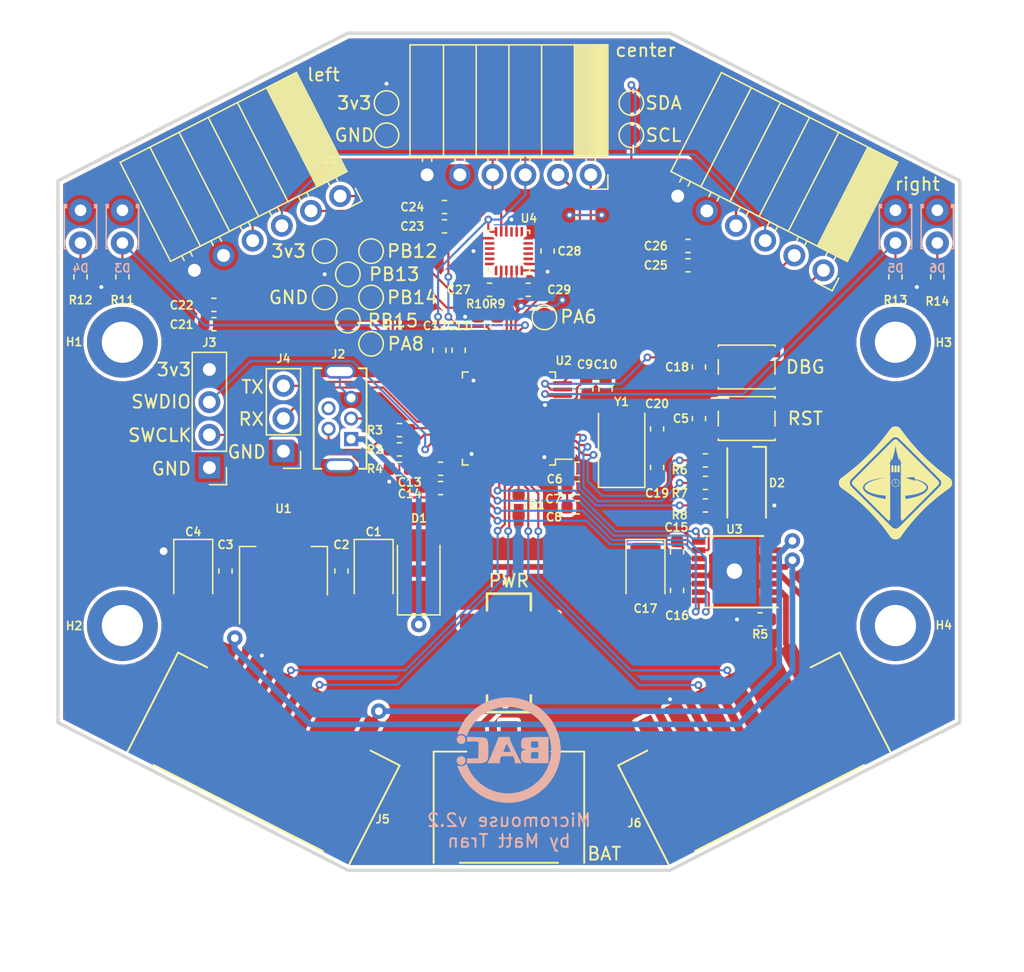
<source format=kicad_pcb>
(kicad_pcb (version 20221018) (generator pcbnew)
  (layers (0 "F.Cu" signal) (31 "B.Cu" signal) (34 "B.Paste" user) (35 "F.Paste" user) (36 "B.SilkS" user "B.Silkscreen") (37 "F.SilkS" user "F.Silkscreen") (38 "B.Mask" user) (39 "F.Mask" user) (44 "Edge.Cuts" user))
  (net 0 "")
  (net 1 "+3V3")
  (net 2 "GND")
  (net 3 "+8V")
  (net 4 "/RST")
  (net 5 "Net-(C6-Pad1)")
  (net 6 "Net-(C15-Pad2)")
  (net 7 "Net-(C16-Pad1)")
  (net 8 "/DBG_SW")
  (net 9 "Net-(C19-Pad1)")
  (net 10 "Net-(C20-Pad1)")
  (net 11 "Net-(C29-Pad1)")
  (net 12 "Net-(D1-Pad2)")
  (net 13 "Net-(D2-Pad3)")
  (net 14 "Net-(D2-Pad2)")
  (net 15 "Net-(D2-Pad1)")
  (net 16 "/left_ir")
  (net 17 "Net-(D4-Pad2)")
  (net 18 "/right_ir")
  (net 19 "Net-(D6-Pad2)")
  (net 20 "Net-(J1-Pad3)")
  (net 21 "Net-(J1-Pad2)")
  (net 22 "Net-(J2-Pad4)")
  (net 23 "Net-(J2-Pad3)")
  (net 24 "Net-(J2-Pad2)")
  (net 25 "/SWDIO")
  (net 26 "/SWCLK")
  (net 27 "/TX")
  (net 28 "/RX")
  (net 29 "/left_enc_b")
  (net 30 "/left_mot_out2")
  (net 31 "/left_enc_a")
  (net 32 "/left_mot_out1")
  (net 33 "/right_enc_b")
  (net 34 "/right_mot_out2")
  (net 35 "/right_enc_a")
  (net 36 "/right_mot_out1")
  (net 37 "/left_xshut")
  (net 38 "/left_gpio")
  (net 39 "/SDA")
  (net 40 "/SCL")
  (net 41 "/center_xshut")
  (net 42 "/center_gpio")
  (net 43 "/right_xshut")
  (net 44 "/right_gpio")
  (net 45 "Net-(PA6-Pad1)")
  (net 46 "Net-(PA8-Pad1)")
  (net 47 "Net-(PB12-Pad1)")
  (net 48 "/BOOT0")
  (net 49 "/USBDP")
  (net 50 "/USBDM")
  (net 51 "Net-(R5-Pad1)")
  (net 52 "/LED_B")
  (net 53 "/LED_G")
  (net 54 "/LED_R")
  (net 55 "Net-(SW1-Pad4)")
  (net 56 "Net-(SW1-Pad1)")
  (net 57 "/right_mot_in1")
  (net 58 "/right_mot_in2")
  (net 59 "/left_mot_in2")
  (net 60 "/left_mot_in1")
  (net 61 "/mpu_int")
  (net 62 "Net-(U3-Pad8)")
  (net 63 "Net-(U4-Pad21)")
  (net 64 "Net-(U4-Pad7)")
  (net 65 "Net-(PB13-Pad1)")
  (net 66 "Net-(PB14-Pad1)")
  (net 67 "Net-(PB15-Pad1)")
  (footprint "TestPoint:TestPoint_Pad_D1.5mm" (layer "F.Cu") (at 135.7 82)
    (fp_text reference "3v3")
    (fp_text value " ")
  )
  (footprint "Capacitor_SMD:C_0603_1608Metric" (layer "F.Cu") (at 128 106.85 -90)
    (fp_text reference "C3")
    (fp_text value "100n")
  )
  (footprint "Capacitor_SMD:C_0603_1608Metric" (layer "F.Cu") (at 164.75 95 -90)
    (fp_text reference "C5")
    (fp_text value "100n")
  )
  (footprint "Capacitor_SMD:C_0603_1608Metric" (layer "F.Cu") (at 155.3 100.4)
    (fp_text reference "C7")
    (fp_text value "100n")
  )
  (footprint "Capacitor_SMD:C_0603_1608Metric" (layer "F.Cu") (at 155.3 101.9)
    (fp_text reference "C8")
    (fp_text value "10u")
  )
  (footprint "Capacitor_SMD:C_0603_1608Metric" (layer "F.Cu") (at 146.1 89.7 90)
    (fp_text reference "C11")
    (fp_text value "100n")
  )
  (footprint "Capacitor_SMD:C_0603_1608Metric" (layer "F.Cu") (at 144.6 89.7 90)
    (fp_text reference "C12")
    (fp_text value "10u")
  )
  (footprint "Capacitor_SMD:C_0603_1608Metric" (layer "F.Cu") (at 144.7 98.9 180)
    (fp_text reference "C13")
    (fp_text value "100n")
  )
  (footprint "Capacitor_SMD:C_0603_1608Metric" (layer "F.Cu") (at 163.05 105.35 90)
    (fp_text reference "C15")
    (fp_text value "10n")
  )
  (footprint "Capacitor_SMD:C_0603_1608Metric" (layer "F.Cu") (at 163.05 108.35 -90)
    (fp_text reference "C16")
    (fp_text value "2.2u")
  )
  (footprint "Capacitor_SMD:C_0603_1608Metric" (layer "F.Cu") (at 164.75 91 -90)
    (fp_text reference "C18")
    (fp_text value "100n")
  )
  (footprint "Capacitor_SMD:C_0603_1608Metric" (layer "F.Cu") (at 127.1 87.6762)
    (fp_text reference "C21")
    (fp_text value "10u")
  )
  (footprint "Capacitor_SMD:C_0603_1608Metric" (layer "F.Cu") (at 127.1 86.1762)
    (fp_text reference "C22")
    (fp_text value "100n")
  )
  (footprint "Capacitor_SMD:C_0603_1608Metric" (layer "F.Cu") (at 145 80.0762)
    (fp_text reference "C23")
    (fp_text value "10u")
  )
  (footprint "Capacitor_SMD:C_0603_1608Metric" (layer "F.Cu") (at 145 78.5762)
    (fp_text reference "C24")
    (fp_text value "100n")
  )
  (footprint "Capacitor_SMD:C_0603_1608Metric" (layer "F.Cu") (at 163.9 83.1)
    (fp_text reference "C25")
    (fp_text value "10u")
  )
  (footprint "Capacitor_SMD:C_0603_1608Metric" (layer "F.Cu") (at 163.9 81.6)
    (fp_text reference "C26")
    (fp_text value "100n")
  )
  (footprint "Capacitor_SMD:C_0603_1608Metric" (layer "F.Cu") (at 148.5 85)
    (fp_text reference "C27")
    (fp_text value "10n")
  )
  (footprint "Capacitor_SMD:C_0603_1608Metric" (layer "F.Cu") (at 153 82 90)
    (fp_text reference "C28")
    (fp_text value "100n")
  )
  (footprint "Capacitor_SMD:C_0603_1608Metric" (layer "F.Cu") (at 151.5 85)
    (fp_text reference "C29")
    (fp_text value "100n")
  )
  (footprint "TestPoint:TestPoint_Pad_D1.5mm" (layer "F.Cu") (at 135.7 85.6)
    (fp_text reference "GND")
    (fp_text value " ")
  )
  (footprint "extra:jstxh_6p_smd_horizontal" (layer "F.Cu") (at 171 125.25 27)
    (fp_text reference "J6")
    (fp_text value "right_mot")
  )
  (footprint "Connector_PinSocket_2.54mm:PinSocket_1x06_P2.54mm_Horizontal" (layer "F.Cu") (at 136.902 77.7262 -63)
    (fp_text reference "left")
    (fp_text value "left_vl53")
  )
  (footprint "Connector_PinSocket_2.54mm:PinSocket_1x06_P2.54mm_Horizontal" (layer "F.Cu") (at 156.35 76.0762 -90)
    (fp_text reference "center")
    (fp_text value "center_vl53")
  )
  (footprint "Connector_PinSocket_2.54mm:PinSocket_1x06_P2.54mm_Horizontal" (layer "F.Cu") (at 174.414 83.4922 -117)
    (fp_text reference "right")
    (fp_text value "right_vl53")
  )
  (footprint "TestPoint:TestPoint_Pad_D1.5mm" (layer "F.Cu") (at 139.3 89.2)
    (fp_text reference "PA8")
    (fp_text value " ")
  )
  (footprint "TestPoint:TestPoint_Pad_D1.5mm" (layer "F.Cu") (at 139.3 82)
    (fp_text reference "PB12")
    (fp_text value " ")
  )
  (footprint "TestPoint:TestPoint_Pad_D1.5mm" (layer "F.Cu") (at 139.3 85.6)
    (fp_text reference "PB14")
    (fp_text value " ")
  )
  (footprint "TestPoint:TestPoint_Pad_D1.5mm" (layer "F.Cu") (at 137.5 87.4)
    (fp_text reference "PB15")
    (fp_text value " ")
  )
  (footprint "Resistor_SMD:R_0603_1608Metric" (layer "F.Cu") (at 150.75 101.7 90)
    (fp_text reference "R1")
    (fp_text value "2.2k")
  )
  (footprint "Resistor_SMD:R_0603_1608Metric" (layer "F.Cu") (at 141.5 97.4 180)
    (fp_text reference "R2")
    (fp_text value "22")
  )
  (footprint "Resistor_SMD:R_0603_1608Metric" (layer "F.Cu") (at 141.5 95.9 180)
    (fp_text reference "R3")
    (fp_text value "22")
  )
  (footprint "Resistor_SMD:R_0603_1608Metric" (layer "F.Cu") (at 165.25 98.25 180)
    (fp_text reference "R6")
    (fp_text value "220")
  )
  (footprint "Resistor_SMD:R_0603_1608Metric" (layer "F.Cu") (at 165.25 100 180)
    (fp_text reference "R7")
    (fp_text value "220")
  )
  (footprint "Resistor_SMD:R_0603_1608Metric" (layer "F.Cu") (at 165.25 101.75 180)
    (fp_text reference "R8")
    (fp_text value "220")
  )
  (footprint "Resistor_SMD:R_0603_1608Metric" (layer "F.Cu") (at 149.1 87.9 90)
    (fp_text reference "R9")
    (fp_text value "2.2k")
  )
  (footprint "Resistor_SMD:R_0603_1608Metric" (layer "F.Cu") (at 147.6 87.9 90)
    (fp_text reference "R10")
    (fp_text value "2.2k")
  )
  (footprint "Resistor_SMD:R_0603_1608Metric" (layer "F.Cu") (at 120 84 -90)
    (fp_text reference "R11")
    (fp_text value "1M")
  )
  (footprint "Resistor_SMD:R_0603_1608Metric" (layer "F.Cu") (at 116.75 84 -90)
    (fp_text reference "R12")
    (fp_text value "100")
  )
  (footprint "Resistor_SMD:R_0603_1608Metric" (layer "F.Cu") (at 180 84 -90)
    (fp_text reference "R13")
    (fp_text value "1M")
  )
  (footprint "Resistor_SMD:R_0603_1608Metric" (layer "F.Cu") (at 183.25 84 -90)
    (fp_text reference "R14")
    (fp_text value "100")
  )
  (footprint "Package_SO:HTSSOP-16-1EP_4.4x5mm_P0.65mm_EP3.4x5mm_Mask2.46x2.31mm_ThermalVias" (layer "F.Cu") (at 167.5 106.85 180)
    (fp_text reference "U3")
    (fp_text value "DRV8833PWP")
  )
  (footprint "Capacitor_SMD:C_0603_1608Metric" (layer "F.Cu") (at 157.5 92.7 -90)
    (fp_text reference "C10")
    (fp_text value "10u")
  )
  (footprint "TestPoint:TestPoint_Pad_D1.5mm" (layer "F.Cu") (at 137.5 83.8)
    (fp_text reference "PB13")
    (fp_text value " ")
  )
  (footprint "Connector_PinHeader_2.54mm:PinHeader_1x04_P2.54mm_Vertical" (layer "F.Cu") (at 126.75 98.81 180)
    (fp_text reference "J3")
    (fp_text value "SWD")
  )
  (footprint "MountingHole:MountingHole_3.2mm_M3_ISO14580_Pad" (layer "F.Cu") (at 120 89.0762)
    (fp_text reference "H1")
    (fp_text value "MountingHole")
  )
  (footprint "Resistor_SMD:R_0603_1608Metric" (layer "F.Cu") (at 141.5 98.9 180)
    (fp_text reference "R4")
    (fp_text value "2.2k")
  )
  (footprint "Connector_PinHeader_2.54mm:PinHeader_1x03_P2.54mm_Vertical" (layer "F.Cu") (at 132.5 97.54 180)
    (fp_text reference "J4")
    (fp_text value "USART")
  )
  (footprint "Capacitor_SMD:C_0603_1608Metric" (layer "F.Cu") (at 144.7 100.4 180)
    (fp_text reference "C14")
    (fp_text value "10u")
  )
  (footprint "Capacitor_Tantalum_SMD:CP_EIA-3528-21_Kemet-B" (layer "F.Cu") (at 160.6 106.85 -90)
    (fp_text reference "C17")
    (fp_text value "22u")
  )
  (footprint "Capacitor_SMD:C_0603_1608Metric" (layer "F.Cu") (at 161.5 98.8 90)
    (fp_text reference "C19")
    (fp_text value "20p")
  )
  (footprint "Capacitor_SMD:C_0603_1608Metric" (layer "F.Cu") (at 161.5 95.8 -90)
    (fp_text reference "C20")
    (fp_text value "20p")
  )
  (footprint "Package_QFP:LQFP-48_7x7mm_P0.5mm" (layer "F.Cu") (at 150 95 180)
    (fp_text reference "U2")
    (fp_text value "STM32F103CBTx")
  )
  (footprint "Crystal:Crystal_SMD_5032-2Pin_5.0x3.2mm" (layer "F.Cu") (at 158.75 97.3 90)
    (fp_text reference "Y1")
    (fp_text value "8MHz")
  )
  (footprint "Button_Switch_SMD:SW_SPST_PTS810" (layer "F.Cu") (at 168.45 95)
    (fp_text reference "RST")
    (fp_text value "RST_SW")
  )
  (footprint "Package_DFN_QFN:QFN-24-1EP_3x3mm_P0.4mm_EP1.75x1.6mm" (layer "F.Cu") (at 150 82)
    (fp_text reference "U4")
    (fp_text value "MPU-9250")
  )
  (footprint "Button_Switch_SMD:SW_SPST_PTS810" (layer "F.Cu") (at 168.45 91)
    (fp_text reference "DBG")
    (fp_text value "DBG_SW")
  )
  (footprint "Capacitor_SMD:C_0603_1608Metric" (layer "F.Cu") (at 155.3 98.9)
    (fp_text reference "C6")
    (fp_text value "100n")
  )
  (footprint "Capacitor_SMD:C_0603_1608Metric" (layer "F.Cu") (at 156 92.7 -90)
    (fp_text reference "C9")
    (fp_text value "100n")
  )
  (footprint "TestPoint:TestPoint_Pad_D1.5mm" (layer "F.Cu") (at 140.5 73)
    (fp_text reference "GND")
    (fp_text value " ")
  )
  (footprint "TestPoint:TestPoint_Pad_D1.5mm" (layer "F.Cu") (at 140.5 70.5)
    (fp_text reference "3v3")
    (fp_text value " ")
  )
  (footprint "TestPoint:TestPoint_Pad_D1.5mm" (layer "F.Cu") (at 159.5 70.5)
    (fp_text reference "SDA")
    (fp_text value " ")
  )
  (footprint "TestPoint:TestPoint_Pad_D1.5mm" (layer "F.Cu") (at 159.5 73)
    (fp_text reference "SCL")
    (fp_text value " ")
  )
  (footprint "MountingHole:MountingHole_3.2mm_M3_ISO14580_Pad" (layer "F.Cu") (at 120 111.0762)
    (fp_text reference "H2")
    (fp_text value "MountingHole")
  )
  (footprint "MountingHole:MountingHole_3.2mm_M3_ISO14580_Pad" (layer "F.Cu") (at 180 89.0762)
    (fp_text reference "H3")
    (fp_text value "MountingHole")
  )
  (footprint "MountingHole:MountingHole_3.2mm_M3_ISO14580_Pad" (layer "F.Cu") (at 180 111.0762)
    (fp_text reference "H4")
    (fp_text value "MountingHole")
  )
  (footprint "Connector_USB:USB_Mini-B_Tensility_54-00023_Vertical" (layer "F.Cu") (at 137.75 96.6 90)
    (fp_text reference "J2")
    (fp_text value "USB_B_Mini")
  )
  (footprint "TestPoint:TestPoint_Pad_D1.5mm" (layer "F.Cu") (at 152.75 87.15)
    (fp_text reference "PA6")
    (fp_text value " ")
  )
  (footprint "extra:jstxh_6p_smd_horizontal" (layer "F.Cu") (at 129 125.25 -27)
    (fp_text reference "J5")
    (fp_text value "left_mot")
  )
  (footprint "Capacitor_Tantalum_SMD:CP_EIA-3528-21_Kemet-B" (layer "F.Cu") (at 139.5 106.85 -90)
    (fp_text reference "C1")
    (fp_text value "22u")
  )
  (footprint "Capacitor_Tantalum_SMD:CP_EIA-3528-21_Kemet-B" (layer "F.Cu") (at 125.5 106.85 -90)
    (fp_text reference "C4")
    (fp_text value "22u")
  )
  (footprint "Package_TO_SOT_SMD:SOT-223-3_TabPin2" (layer "F.Cu") (at 132.5 106.85 90)
    (fp_text reference "U1")
    (fp_text value "AMS1117-3.3")
  )
  (footprint "extra:jstxh_3p_smd_horizontal" (layer "F.Cu") (at 150 129.5)
    (fp_text reference "BAT")
    (fp_text value "BAT")
  )
  (footprint "extra:SMD_DPDT" (layer "F.Cu") (at 150 113.2 -90)
    (fp_text reference "PWR")
    (fp_text value "PWR_SW")
  )
  (footprint "Diode_SMD:D_SMA" (layer "F.Cu") (at 143 106.85 90)
    (fp_text reference "D1")
    (fp_text value "SS14")
  )
  (footprint "Capacitor_SMD:C_0603_1608Metric" (layer "F.Cu") (at 137 106.85 -90)
    (fp_text reference "C2")
    (fp_text value "100n")
  )
  (footprint "logos:ieee-logo-inv" (layer "F.Cu") (at 180 100)
    (fp_text reference "G***" hide)
    (fp_text value "LOGO" hide)
  )
  (footprint "Resistor_SMD:R_0603_1608Metric" (layer "F.Cu") (at 169.5 110.6 180)
    (fp_text reference "R5")
    (fp_text value "2.2k")
  )
  (footprint "LED_SMD:LED_RGB_1210" (layer "F.Cu") (at 168.45 100 -90)
    (fp_text reference "D2")
    (fp_text value "LED_BGRA")
  )
  (footprint "LED_THT:LED_D1.8mm_W3.3mm_H2.4mm" (layer "B.Cu") (at 120 78.8262 -90)
    (fp_text reference "D3")
    (fp_text value "D_Photo")
  )
  (footprint "LED_THT:LED_D1.8mm_W3.3mm_H2.4mm" (layer "B.Cu") (at 116.75 78.8262 -90)
    (fp_text reference "D4")
    (fp_text value "LED")
  )
  (footprint "LED_THT:LED_D1.8mm_W3.3mm_H2.4mm" (layer "B.Cu") (at 180 78.8262 -90)
    (fp_text reference "D5")
    (fp_text value "D_Photo")
  )
  (footprint "LED_THT:LED_D1.8mm_W3.3mm_H2.4mm" (layer "B.Cu") (at 183.25 78.8262 -90)
    (fp_text reference "D6")
    (fp_text value "LED")
  )
  (footprint "logos:bac-logo" (layer "B.Cu") (at 150 120.75 180)
    (fp_text reference "G***" hide)
    (fp_text value "LOGO" hide)
  )
  (gr_line (start 162.5 65.0762) (end 185 76.5402) (stroke (width 0.254)) (layer "Edge.Cuts"))
  (gr_line (start 185 76.5402) (end 185 118.6122) (stroke (width 0.254)) (layer "Edge.Cuts"))
  (gr_line (start 115 118.6122) (end 115 76.5402) (stroke (width 0.254)) (layer "Edge.Cuts"))
  (gr_line (start 185 118.6122) (end 162.5 130.0762) (stroke (width 0.254)) (layer "Edge.Cuts"))
  (gr_line (start 137.5 130.0762) (end 115 118.6122) (stroke (width 0.254)) (layer "Edge.Cuts"))
  (gr_line (start 137.5 65.0762) (end 162.5 65.0762) (stroke (width 0.254)) (layer "Edge.Cuts"))
  (gr_line (start 162.5 130.0762) (end 137.5 130.0762) (stroke (width 0.254)) (layer "Edge.Cuts"))
  (gr_line (start 115 76.5402) (end 137.5 65.0762) (stroke (width 0.254)) (layer "Edge.Cuts"))
  (gr_text "Micromouse v2.2\nby Matt Tran" (at 150 127) (layer "B.SilkS") (effects (font (size 1 1)) (justify mirror)))
  (gr_text "GND" (at 129.65 97.6) (layer "F.SilkS") (effects (font (size 1 0.9652))))
  (gr_text "RX" (at 130 95.05) (layer "F.SilkS") (effects (font (size 1 1))))
  (gr_text "TX" (at 130.1 92.55) (layer "F.SilkS") (effects (font (size 1 1))))
  (gr_text "SWCLK" (at 122.9 96.3) (layer "F.SilkS") (effects (font (size 1 1))))
  (gr_text "GND" (at 123.8 98.9) (layer "F.SilkS") (effects (font (size 1 1))))
  (gr_text "3v3" (at 124 91.2) (layer "F.SilkS") (effects (font (size 1 1))))
  (gr_text "SWDIO\n" (at 123 93.7) (layer "F.SilkS") (effects (font (size 1 1))))
  (segment (start 181.6625 84.7875) (end 183.25 84.7875) (width 0.17) (layer "F.Cu") (net 1))
  (segment (start 118.3625 84.7875) (end 120 84.7875) (width 0.17) (layer "F.Cu") (net 1))
  (segment (start 125.5 105.3125) (end 128.0625 105.3125) (width 0.45) (layer "F.Cu") (net 1))
  (segment (start 154.5125 100.4) (end 153.275 99.1625) (width 0.17) (layer "F.Cu") (net 1))
  (segment (start 125.5 105.3125) (end 123.2125 105.3125) (width 0.45) (layer "F.Cu") (net 1))
  (segment (start 152.75 99.1625) (end 152.75 98) (width 0.17) (layer "F.Cu") (net 1))
  (segment (start 163.1125 81.6) (end 163.1125 77.664604) (width 0.45) (layer "F.Cu") (net 1))
  (segment (start 144.2125 78.5) (end 144.2125 76.5625) (width 0.45) (layer "F.Cu") (net 1))
  (segment (start 144.6 90.4875) (end 146.1 90.4875) (width 0.17) (layer "F.Cu") (net 1))
  (segment (start 153 93.75) (end 152.8 93.95) (width 0.17) (layer "F.Cu") (net 1))
  (segment (start 128 106.0625) (end 128 105.375) (width 0.45) (layer "F.Cu") (net 1))
  (segment (start 163.1125 77.664604) (end 163.098217 77.650321) (width 0.45) (layer "F.Cu") (net 1))
  (segment (start 149.8 79.95) (end 150.2 79.55) (width 0.17) (layer "F.Cu") (net 1))
  (segment (start 147.7125 84.425) (end 147.7125 85) (width 0.17) (layer "F.Cu") (net 1))
  (segment (start 140.5 70.5) (end 140.5 69) (width 0.17) (layer "F.Cu") (net 1))
  (segment (start 149.8 80.5) (end 149.8 79.95) (width 0.17) (layer "F.Cu") (net 1))
  (segment (start 169.15 101.75) (end 170.6 101.75) (width 0.17) (layer "F.Cu") (net 1))
  (segment (start 180 84.7875) (end 181.6625 84.7875) (width 0.17) (layer "F.Cu") (net 1))
  (segment (start 126.3125 86.1) (end 126.3125 84.141962) (width 0.45) (layer "F.Cu") (net 1))
  (segment (start 140.7125 98.9) (end 140.7125 99.8975) (width 0.17) (layer "F.Cu") (net 1))
  (segment (start 149.1 87.1125) (end 147.6 87.1125) (width 0.17) (layer "F.Cu") (net 1))
  (segment (start 155.26999 93.346716) (end 155.26999 92.64251) (width 0.17) (layer "F.Cu") (net 1))
  (segment (start 132.5 105.25) (end 132.5 103.7) (width 0.45) (layer "F.Cu") (net 1))
  (segment (start 126.3125 84.141962) (end 125.586217 83.415679) (width 0.45) (layer "F.Cu") (net 1))
  (segment (start 147.7125 81.9625) (end 147.7125 84.1125) (width 0.17) (layer "F.Cu") (net 1))
  (segment (start 147.73001 84.13001) (end 147.7125 84.1125) (width 0.17) (layer "F.Cu") (net 1))
  (segment (start 153.275 99.1625) (end 152.75 99.1625) (width 0.17) (layer "F.Cu") (net 1))
  (segment (start 162.5 116.8) (end 163.686309 119.156157) (width 0.17) (layer "F.Cu") (net 1))
  (segment (start 147.25 90.8375) (end 147.25 92.05) (width 0.17) (layer "F.Cu") (net 1))
  (segment (start 149.24499 84.13001) (end 147.73001 84.13001) (width 0.17) (layer "F.Cu") (net 1))
  (segment (start 152.7875 83) (end 153 82.7875) (width 0.17) (layer "F.Cu") (net 1))
  (segment (start 126.3125 87.6) (end 126.3125 86.1) (width 0.45) (layer "F.Cu") (net 1))
  (segment (start 145.8375 97.75) (end 145.8375 98.55) (width 0.17) (layer "F.Cu") (net 1))
  (segment (start 147.7125 81.3125) (end 147.7125 81.9625) (width 0.17) (layer "F.Cu") (net 1))
  (segment (start 128.0625 105.3125) (end 132.4375 105.3125) (width 0.45) (layer "F.Cu") (net 1))
  (segment (start 116.75 84.7875) (end 118.3625 84.7875) (width 0.17) (layer "F.Cu") (net 1))
  (segment (start 140.7125 99.8975) (end 140.71 99.9) (width 0.17) (layer "F.Cu") (net 1))
  (segment (start 146.6125 87.1125) (end 146.6 87.1) (width 0.17) (layer "F.Cu") (net 1))
  (segment (start 154.866706 93.75) (end 155.26999 93.346716) (width 0.17) (layer "F.Cu") (net 1))
  (segment (start 149.4 83.975) (end 149.24499 84.13001) (width 0.17) (layer "F.Cu") (net 1))
  (segment (start 148.025 81) (end 147.7125 81.3125) (width 0.17) (layer "F.Cu") (net 1))
  (segment (start 153 82.7875) (end 153 83.6) (width 0.17) (layer "F.Cu") (net 1))
  (segment (start 145.4875 100.4) (end 145.4875 98.9) (width 0.17) (layer "F.Cu") (net 1))
  (segment (start 147.6 87.1125) (end 146.6125 87.1125) (width 0.17) (layer "F.Cu") (net 1))
  (segment (start 154.5125 101.9) (end 154.5125 100.4) (width 0.17) (layer "F.Cu") (net 1))
  (segment (start 155.538388 92.374112) (end 156 91.9125) (width 0.17) (layer "F.Cu") (net 1))
  (segment (start 148.5 81) (end 148.025 81) (width 0.17) (layer "F.Cu") (net 1))
  (segment (start 145.8375 98.55) (end 145.4875 98.9) (width 0.17) (layer "F.Cu") (net 1))
  (segment (start 128 105.375) (end 128.0625 105.3125) (width 0.45) (layer "F.Cu") (net 1))
  (segment (start 132.4375 105.3125) (end 132.5 105.25) (width 0.45) (layer "F.Cu") (net 1))
  (segment (start 156 91.9125) (end 157.5 91.9125) (width 0.17) (layer "F.Cu") (net 1))
  (segment (start 147.25 90.8375) (end 146.45 90.8375) (width 0.17) (layer "F.Cu") (net 1))
  (segment (start 145.8375 97.75) (end 147.1 97.75) (width 0.17) (layer "F.Cu") (net 1))
  (segment (start 154.1625 93.75) (end 154.866706 93.75) (width 0.17) (layer "F.Cu") (net 1))
  (segment (start 146.45 90.8375) (end 146.1 90.4875) (width 0.17) (layer "F.Cu") (net 1))
  (segment (start 144.2125 80) (end 144.2125 78.5) (width 0.45) (layer "F.Cu") (net 1))
  (segment (start 151.5 83) (end 152.7875 83) (width 0.17) (layer "F.Cu") (net 1))
  (segment (start 132.5 110) (end 132.5 105.25) (width 0.45) (layer "F.Cu") (net 1))
  (segment (start 163.1125 83.1) (end 163.1125 81.6) (width 0.45) (layer "F.Cu") (net 1))
  (segment (start 135.7 82) (end 135.7 83.8) (width 0.17) (layer "F.Cu") (net 1))
  (segment (start 147.7125 81.968552) (end 147.7125 81.9625) (width 0.17) (layer "F.Cu") (net 1))
  (segment (start 147.681052 82) (end 147.7125 81.968552) (width 0.17) (layer "F.Cu") (net 1))
  (segment (start 168.7125 110.6) (end 167.7 110.6) (width 0.17) (layer "F.Cu") (net 1))
  (segment (start 149.4 83.5) (end 149.4 83.975) (width 0.17) (layer "F.Cu") (net 1))
  (segment (start 130.825 113.4) (end 129.631142 115.751229) (width 0.17) (layer "F.Cu") (net 1))
  (segment (start 147.7125 84.1125) (end 147.7125 84.425) (width 0.17) (layer "F.Cu") (net 1))
  (segment (start 154.1625 93.75) (end 153 93.75) (width 0.17) (layer "F.Cu") (net 1))
  (segment (start 144.2125 76.5625) (end 143.65 76) (width 0.45) (layer "F.Cu") (net 1))
  (segment (start 147.25 82) (end 147.681052 82) (width 0.17) (layer "F.Cu") (net 1))
  (segment (start 123.2125 105.3125) (end 123.2 105.3) (width 0.45) (layer "F.Cu") (net 1))
  (segment (start 155.26999 92.64251) (end 155.538388 92.374112) (width 0.17) (layer "F.Cu") (net 1))
  (via (at 153 83.6) (size 0.6096) (drill 0.3048) (layers "F.Cu" "B.Cu") (net 1))
  (via (at 140.71 99.9) (size 0.6096) (drill 0.3048) (layers "F.Cu" "B.Cu") (net 1))
  (via (at 147.25 92.05) (size 0.6096) (drill 0.3048) (layers "F.Cu" "B.Cu") (net 1))
  (via (at 162.5 116.8) (size 0.6096) (drill 0.3048) (layers "F.Cu" "B.Cu") (net 1))
  (via (at 118.3625 84.7875) (size 0.6096) (drill 0.3048) (layers "F.Cu" "B.Cu") (net 1))
  (via (at 135.7 83.8) (size 0.6096) (drill 0.3048) (layers "F.Cu" "B.Cu") (net 1))
  (via (at 170.6 101.75) (size 0.6096) (drill 0.3048) (layers "F.Cu" "B.Cu") (net 1))
  (via (at 147.25 82) (size 0.6096) (drill 0.3048) (layers "F.Cu" "B.Cu") (net 1))
  (via (at 123.2 105.3) (size 1.2) (drill 0.6) (layers "F.Cu" "B.Cu") (net 1))
  (via (at 140.5 69) (size 0.6096) (drill 0.3048) (layers "F.Cu" "B.Cu") (net 1))
  (via (at 167.7 110.6) (size 0.6096) (drill 0.3048) (layers "F.Cu" "B.Cu") (net 1))
  (via (at 147.1 97.75) (size 0.6096) (drill 0.3048) (layers "F.Cu" "B.Cu") (net 1))
  (via (at 152.75 98) (size 0.6096) (drill 0.3048) (layers "F.Cu" "B.Cu") (net 1))
  (via (at 130.825 113.4) (size 0.6096) (drill 0.3048) (layers "F.Cu" "B.Cu") (net 1))
  (via (at 181.6625 84.7875) (size 0.6096) (drill 0.3048) (layers "F.Cu" "B.Cu") (net 1))
  (via (at 146.6 87.1) (size 0.6096) (drill 0.3048) (layers "F.Cu" "B.Cu") (net 1))
  (via (at 152.8 93.95) (size 0.6096) (drill 0.3048) (layers "F.Cu" "B.Cu") (net 1))
  (via (at 150.2 79.55) (size 0.6096) (drill 0.3048) (layers "F.Cu" "B.Cu") (net 1))
  (segment (start 152.7875 81) (end 153 81.2125) (width 0.17) (layer "F.Cu") (net 2))
  (segment (start 151.0375 86.25) (end 150.95 86.25) (width 0.17) (layer "F.Cu") (net 2))
  (segment (start 152.2875 85) (end 151.0375 86.25) (width 0.17) (layer "F.Cu") (net 2))
  (via (at 154.15 85.8) (size 0.6096) (drill 0.3048) (layers "F.Cu" "B.Cu") (net 2))
  (via (at 157.2 79.2) (size 0.6096) (drill 0.3048) (layers "F.Cu" "B.Cu") (net 2))
  (via (at 154.7 79.2) (size 0.6096) (drill 0.3048) (layers "F.Cu" "B.Cu") (net 2))
  (via (at 150.95 86.25) (size 0.6096) (drill 0.3048) (layers "F.Cu" "B.Cu") (net 2))
  (segment (start 137.75 93.4) (end 136.875 92.525) (width 0.17) (layer "B.Cu") (net 2))
  (segment (start 136.875 92.525) (end 136.875 91.35) (width 0.17) (layer "B.Cu") (net 2))
  (segment (start 157.2 79.2) (end 154.7 79.2) (width 0.17) (layer "B.Cu") (net 2))
  (segment (start 153.7 86.25) (end 154.15 85.8) (width 0.17) (layer "B.Cu") (net 2))
  (segment (start 150.95 86.25) (end 153.7 86.25) (width 0.17) (layer "B.Cu") (net 2))
  (segment (start 144.0625 105.3125) (end 145.8125 105.3125) (width 0.45) (layer "F.Cu") (net 3))
  (segment (start 150.025 106.525) (end 160.525 106.525) (width 0.45) (layer "F.Cu") (net 3))
  (segment (start 162.775 106.525) (end 160.525 106.525) (width 0.45) (layer "F.Cu") (net 3))
  (segment (start 150.05 110.7) (end 147.2 110.7) (width 0.45) (layer "F.Cu") (net 3))
  (segment (start 137.75 105.3125) (end 138.225 105.3125) (width 0.45) (layer "F.Cu") (net 3))
  (segment (start 152.8 110.7) (end 150.05 110.7) (width 0.45) (layer "F.Cu") (net 3))
  (segment (start 150.05 106.55) (end 150.025 106.525) (width 0.45) (layer "F.Cu") (net 3))
  (segment (start 144.0625 105.3125) (end 143.4625 105.3125) (width 0.45) (layer "F.Cu") (net 3))
  (segment (start 150.05 110.7) (end 150.05 106.55) (width 0.45) (layer "F.Cu") (net 3))
  (segment (start 147.025 106.525) (end 150.025 106.525) (width 0.45) (layer "F.Cu") (net 3))
  (segment (start 138.225 105.3125) (end 139.5 105.3125) (width 0.45) (layer "F.Cu") (net 3))
  (segment (start 160.6 105.3125) (end 160.6 106.45) (width 0.45) (layer "F.Cu") (net 3))
  (segment (start 145.8125 105.3125) (end 147.025 106.525) (width 0.45) (layer "F.Cu") (net 3))
  (segment (start 164.725 106.525) (end 162.775 106.525) (width 0.45) (layer "F.Cu") (net 3))
  (segment (start 143.4625 105.3125) (end 143 104.85) (width 0.45) (layer "F.Cu") (net 3))
  (segment (start 139.5 105.3125) (end 144.0625 105.3125) (width 0.45) (layer "F.Cu") (net 3))
  (segment (start 160.6 106.45) (end 160.525 106.525) (width 0.45) (layer "F.Cu") (net 3))
  (segment (start 134.8 108.2625) (end 137.75 105.3125) (width 0.45) (layer "F.Cu") (net 3))
  (segment (start 163.05 106.25) (end 162.775 106.525) (width 0.45) (layer "F.Cu") (net 3))
  (segment (start 163.05 106.1375) (end 163.05 106.25) (width 0.45) (layer "F.Cu") (net 3))
  (segment (start 134.8 110) (end 134.8 108.2625) (width 0.45) (layer "F.Cu") (net 3))
  (segment (start 165.42499 94.18001) (end 165.68 93.925) (width 0.17) (layer "F.Cu") (net 4))
  (segment (start 157.360988 94.18001) (end 165.42499 94.18001) (width 0.17) (layer "F.Cu") (net 4))
  (segment (start 165.0375 93.925) (end 164.75 94.2125) (width 0.17) (layer "F.Cu") (net 4))
  (segment (start 156.790998 94.75) (end 157.360988 94.18001) (width 0.17) (layer "F.Cu") (net 4))
  (segment (start 170.525 93.925) (end 166.375 93.925) (width 0.17) (layer "F.Cu") (net 4))
  (segment (start 165.68 93.925) (end 166.375 93.925) (width 0.17) (layer "F.Cu") (net 4))
  (segment (start 154.1625 94.75) (end 156.790998 94.75) (width 0.17) (layer "F.Cu") (net 4))
  (segment (start 154.1625 98.55) (end 154.5125 98.9) (width 0.17) (layer "F.Cu") (net 5))
  (segment (start 154.1625 97.75) (end 154.1625 98.55) (width 0.17) (layer "F.Cu") (net 5))
  (segment (start 164.03 105.875) (end 164.725 105.875) (width 0.17) (layer "F.Cu") (net 6))
  (segment (start 163.511612 105.356612) (end 164.03 105.875) (width 0.17) (layer "F.Cu") (net 6))
  (segment (start 163.05 104.5625) (end 163.511612 105.024112) (width 0.17) (layer "F.Cu") (net 6))
  (segment (start 163.511612 105.024112) (end 163.511612 105.356612) (width 0.17) (layer "F.Cu") (net 6))
  (segment (start 163.625 107.5625) (end 163.8875 107.825) (width 0.17) (layer "F.Cu") (net 7))
  (segment (start 163.8875 107.825) (end 164.03 107.825) (width 0.17) (layer "F.Cu") (net 7))
  (segment (start 163.05 107.5625) (end 163.625 107.5625) (width 0.17) (layer "F.Cu") (net 7))
  (segment (start 164.03 107.825) (end 164.725 107.825) (width 0.17) (layer "F.Cu") (net 7))
  (segment (start 154.1625 92.75) (end 153.25 92.75) (width 0.17) (layer "F.Cu") (net 8))
  (segment (start 169.83 89.925) (end 166.375 89.925) (width 0.17) (layer "F.Cu") (net 8))
  (segment (start 166.375 89.925) (end 165.0375 89.925) (width 0.17) (layer "F.Cu") (net 8))
  (segment (start 160.75 90.25) (end 164.7125 90.25) (width 0.17) (layer "F.Cu") (net 8))
  (segment (start 164.7125 90.25) (end 164.75 90.2125) (width 0.17) (layer "F.Cu") (net 8))
  (segment (start 165.0375 89.925) (end 164.75 90.2125) (width 0.17) (layer "F.Cu") (net 8))
  (segment (start 170.525 89.925) (end 169.83 89.925) (width 0.17) (layer "F.Cu") (net 8))
  (segment (start 153.25 92.75) (end 152.8 92.3) (width 0.17) (layer "F.Cu") (net 8))
  (via (at 152.8 92.3) (size 0.6096) (drill 0.3048) (layers "F.Cu" "B.Cu") (net 8))
  (via (at 160.75 90.25) (size 0.6096) (drill 0.3048) (layers "F.Cu" "B.Cu") (net 8))
  (segment (start 158.7 92.3) (end 160.75 90.25) (width 0.17) (layer "B.Cu") (net 8))
  (segment (start 152.8 92.3) (end 158.7 92.3) (width 0.17) (layer "B.Cu") (net 8))
  (segment (start 154.1625 95.75) (end 156.390998 95.75) (width 0.17) (layer "F.Cu") (net 9))
  (segment (start 158.7 99.1) (end 158.75 99.15) (width 0.17) (layer "F.Cu") (net 9))
  (segment (start 161.5 99.5875) (end 159.1875 99.5875) (width 0.17) (layer "F.Cu") (net 9))
  (segment (start 159.1875 99.5875) (end 158.75 99.15) (width 0.17) (layer "F.Cu") (net 9))
  (segment (start 156.390998 95.75) (end 158.7 98.059002) (width 0.17) (layer "F.Cu") (net 9))
  (segment (start 158.7 98.059002) (end 158.7 99.1) (width 0.17) (layer "F.Cu") (net 9))
  (segment (start 161.5 95.0125) (end 159.1875 95.0125) (width 0.17) (layer "F.Cu") (net 10))
  (segment (start 158.55 95.25) (end 158.75 95.45) (width 0.17) (layer "F.Cu") (net 10))
  (segment (start 159.1875 95.0125) (end 158.75 95.45) (width 0.17) (layer "F.Cu") (net 10))
  (segment (start 154.1625 95.25) (end 158.55 95.25) (width 0.17) (layer "F.Cu") (net 10))
  (segment (start 150.2 83.5) (end 150.2 84.4875) (width 0.17) (layer "F.Cu") (net 11))
  (segment (start 150.2 84.4875) (end 150.7125 85) (width 0.17) (layer "F.Cu") (net 11))
  (segment (start 143 111) (end 143 108.85) (width 0.45) (layer "F.Cu") (net 12))
  (via (at 143 111) (size 1.2) (drill 0.6) (layers "F.Cu" "B.Cu") (net 12))
  (segment (start 138.75 96.6) (end 143 100.85) (width 0.45) (layer "B.Cu") (net 12))
  (segment (start 143 100.85) (end 143 111) (width 0.45) (layer "B.Cu") (net 12))
  (segment (start 137.75 96.6) (end 138.75 96.6) (width 0.45) (layer "B.Cu") (net 12))
  (segment (start 166.0375 101.75) (end 167.75 101.75) (width 0.17) (layer "F.Cu") (net 13))
  (segment (start 167.75 99.5) (end 167.75 98.25) (width 0.17) (layer "F.Cu") (net 14))
  (segment (start 167.75 98.2875) (end 167.75 98.25) (width 0.17) (layer "F.Cu") (net 14))
  (segment (start 166.0375 100) (end 167.25 100) (width 0.17) (layer "F.Cu") (net 14))
  (segment (start 167.25 100) (end 167.75 99.5) (width 0.17) (layer "F.Cu") (net 14))
  (segment (start 167.042501 97.244999) (end 168.394999 97.244999) (width 0.17) (layer "F.Cu") (net 15))
  (segment (start 166.0375 98.25) (end 167.042501 97.244999) (width 0.17) (layer "F.Cu") (net 15))
  (segment (start 168.394999 97.244999) (end 169.15 98) (width 0.17) (layer "F.Cu") (net 15))
  (segment (start 169.15 98) (end 169.15 98.25) (width 0.17) (layer "F.Cu") (net 15))
  (segment (start 150.75 89.961692) (end 150.850039 89.861653) (width 0.17) (layer "F.Cu") (net 16))
  (segment (start 150.75 90.8375) (end 150.75 89.961692) (width 0.17) (layer "F.Cu") (net 16))
  (segment (start 150.850039 89.861653) (end 150.850039 88.149961) (width 0.17) (layer "F.Cu") (net 16))
  (segment (start 120 81.29) (end 120 83.2125) (width 0.17) (layer "F.Cu") (net 16))
  (segment (start 150.850039 88.149961) (end 151.25 87.75) (width 0.17) (layer "F.Cu") (net 16))
  (via (at 151.25 87.75) (size 0.6096) (drill 0.3048) (layers "F.Cu" "B.Cu") (net 16))
  (segment (start 126.3838 87.75) (end 120 81.3662) (width 0.17) (layer "B.Cu") (net 16))
  (segment (start 151.25 87.75) (end 126.3838 87.75) (width 0.17) (layer "B.Cu") (net 16))
  (segment (start 116.75 81.29) (end 116.75 82.562792) (width 0.17) (layer "F.Cu") (net 17))
  (segment (start 116.75 82.562792) (end 116.75 83.2125) (width 0.17) (layer "F.Cu") (net 17))
  (segment (start 152.95 93.25) (end 152.8 93.1) (width 0.17) (layer "F.Cu") (net 18))
  (segment (start 154.1625 93.25) (end 152.95 93.25) (width 0.17) (layer "F.Cu") (net 18))
  (segment (start 180 82.562792) (end 180 83.2125) (width 0.17) (layer "F.Cu") (net 18))
  (segment (start 180 81.29) (end 180 82.562792) (width 0.17) (layer "F.Cu") (net 18))
  (via (at 152.8 93.1) (size 0.6096) (drill 0.3048) (layers "F.Cu" "B.Cu") (net 18))
  (segment (start 152.8 93.1) (end 168.19 93.1) (width 0.17) (layer "B.Cu") (net 18))
  (segment (start 168.19 93.1) (end 180 81.29) (width 0.17) (layer "B.Cu") (net 18))
  (segment (start 183.25 81.29) (end 183.25 82.562792) (width 0.17) (layer "F.Cu") (net 19))
  (segment (start 183.25 82.562792) (end 183.25 83.2125) (width 0.17) (layer "F.Cu") (net 19))
  (segment (start 147.5 119.15) (end 150.05 116.6) (width 0.45) (layer "F.Cu") (net 20))
  (segment (start 147.2 113.2) (end 148.65 113.2) (width 0.45) (layer "F.Cu") (net 20))
  (segment (start 150.05 116.6) (end 150.05 113.2) (width 0.45) (layer "F.Cu") (net 20))
  (segment (start 147.5 120.75) (end 147.5 119.15) (width 0.45) (layer "F.Cu") (net 20))
  (segment (start 148.65 113.2) (end 150.05 113.2) (width 0.45) (layer "F.Cu") (net 20))
  (segment (start 150.05 113.2) (end 152.8 113.2) (width 0.45) (layer "F.Cu") (net 20))
  (segment (start 141.40501 96.70749) (end 141.40501 95.44751) (width 0.17) (layer "F.Cu") (net 23))
  (segment (start 138.527817 95) (end 137.75 95) (width 0.17) (layer "F.Cu") (net 23))
  (segment (start 140.9575 95) (end 138.527817 95) (width 0.17) (layer "F.Cu") (net 23))
  (segment (start 141.40501 95.44751) (end 140.9575 95) (width 0.17) (layer "F.Cu") (net 23))
  (segment (start 140.7125 97.4) (end 141.40501 96.70749) (width 0.17) (layer "F.Cu") (net 23))
  (segment (start 140.7125 95.9) (end 139.177498 97.435002) (width 0.17) (layer "F.Cu") (net 24))
  (segment (start 136 96.577817) (end 136 95.8) (width 0.17) (layer "F.Cu") (net 24))
  (segment (start 139.177498 97.435002) (end 136.857185 97.435002) (width 0.17) (layer "F.Cu") (net 24))
  (segment (start 136.857185 97.435002) (end 136 96.577817) (width 0.17) (layer "F.Cu") (net 24))
  (segment (start 145.8375 96.75) (end 144.15 96.75) (width 0.17) (layer "F.Cu") (net 25))
  (segment (start 144.15 96.75) (end 143.5 97.4) (width 0.17) (layer "F.Cu") (net 25))
  (via (at 143.5 97.4) (size 0.6096) (drill 0.3048) (layers "F.Cu" "B.Cu") (net 25))
  (segment (start 143.5 97.4) (end 143.5 96.186544) (width 0.17) (layer "B.Cu") (net 25))
  (segment (start 143.5 96.186544) (end 137.858446 90.54499) (width 0.17) (layer "B.Cu") (net 25))
  (segment (start 129.93501 90.54499) (end 127.599999 92.880001) (width 0.17) (layer "B.Cu") (net 25))
  (segment (start 127.599999 92.880001) (end 126.75 93.73) (width 0.17) (layer "B.Cu") (net 25))
  (segment (start 137.858446 90.54499) (end 129.93501 90.54499) (width 0.17) (layer "B.Cu") (net 25))
  (segment (start 146.45 99.4) (end 146.45 100.5825) (width 0.17) (layer "F.Cu") (net 26))
  (segment (start 127.952081 96.27) (end 126.75 96.27) (width 0.17) (layer "F.Cu") (net 26))
  (segment (start 145.90249 101.13001) (end 141.143466 101.13001) (width 0.17) (layer "F.Cu") (net 26))
  (segment (start 146.6875 99.1625) (end 146.45 99.4) (width 0.17) (layer "F.Cu") (net 26))
  (segment (start 137.788468 97.775012) (end 134.894014 97.775012) (width 0.17) (layer "F.Cu") (net 26))
  (segment (start 146.45 100.5825) (end 145.90249 101.13001) (width 0.17) (layer "F.Cu") (net 26))
  (segment (start 133.389002 96.27) (end 127.952081 96.27) (width 0.17) (layer "F.Cu") (net 26))
  (segment (start 141.143466 101.13001) (end 137.788468 97.775012) (width 0.17) (layer "F.Cu") (net 26))
  (segment (start 147.25 99.1625) (end 146.6875 99.1625) (width 0.17) (layer "F.Cu") (net 26))
  (segment (start 134.894014 97.775012) (end 133.389002 96.27) (width 0.17) (layer "F.Cu") (net 26))
  (segment (start 134.69499 92.15501) (end 134.39 92.46) (width 0.17) (layer "F.Cu") (net 27))
  (segment (start 145.8375 94.75) (end 142.863346 94.75) (width 0.17) (layer "F.Cu") (net 27))
  (segment (start 142.863346 94.75) (end 140.268356 92.15501) (width 0.17) (layer "F.Cu") (net 27))
  (segment (start 140.268356 92.15501) (end 134.69499 92.15501) (width 0.17) (layer "F.Cu") (net 27))
  (segment (start 134.39 92.46) (end 132.5 92.46) (width 0.17) (layer "F.Cu") (net 27))
  (segment (start 133.349999 94.150001) (end 132.5 95) (width 0.17) (layer "F.Cu") (net 28))
  (segment (start 142.8825 95.25) (end 140.227499 92.594999) (width 0.17) (layer "F.Cu") (net 28))
  (segment (start 134.905001 92.594999) (end 133.349999 94.150001) (width 0.17) (layer "F.Cu") (net 28))
  (segment (start 140.227499 92.594999) (end 134.905001 92.594999) (width 0.17) (layer "F.Cu") (net 28))
  (segment (start 145.8375 95.25) (end 142.8825 95.25) (width 0.17) (layer "F.Cu") (net 28))
  (segment (start 149.679981 103.207514) (end 149.1691 103.718395) (width 0.17) (layer "F.Cu") (net 29))
  (segment (start 149.75 99.1625) (end 149.75 100) (width 0.17) (layer "F.Cu") (net 29))
  (segment (start 149.1691 103.718395) (end 149.125284 103.718395) (width 0.17) (layer "F.Cu") (net 29))
  (segment (start 149.75 100) (end 149.67998 100.07002) (width 0.17) (layer "F.Cu") (net 29))
  (segment (start 149.67998 100.07002) (end 149.679981 103.207514) (width 0.17) (layer "F.Cu") (net 29))
  (segment (start 133.075 114.55) (end 131.858659 116.886205) (width 0.17) (layer "F.Cu") (net 29))
  (via (at 149.125284 103.718395) (size 0.6096) (drill 0.3048) (layers "F.Cu" "B.Cu") (net 29))
  (via (at 133.075 114.55) (size 0.6096) (drill 0.3048) (layers "F.Cu" "B.Cu") (net 29))
  (segment (start 141.95 114.55) (end 133.075 114.55) (width 0.17) (layer "B.Cu") (net 29))
  (segment (start 149.125284 103.718395) (end 149.125284 107.374716) (width 0.17) (layer "B.Cu") (net 29))
  (segment (start 149.125284 107.374716) (end 141.95 114.55) (width 0.17) (layer "B.Cu") (net 29))
  (segment (start 171.475 106.525) (end 172 106) (width 0.45) (layer "F.Cu") (net 30))
  (segment (start 170.275 106.525) (end 171.475 106.525) (width 0.45) (layer "F.Cu") (net 30))
  (segment (start 128.725 112.05) (end 127.403626 114.616252) (width 0.45) (layer "F.Cu") (net 30))
  (via (at 128.725 112.05) (size 1.2) (drill 0.6) (layers "F.Cu" "B.Cu") (net 30))
  (via (at 172 106) (size 1.2) (drill 0.6) (layers "F.Cu" "B.Cu") (net 30))
  (segment (start 134.574593 118.748121) (end 167.835176 118.748121) (width 0.45) (layer "B.Cu") (net 30))
  (segment (start 128.725 112.05) (end 128.725 112.898528) (width 0.45) (layer "B.Cu") (net 30))
  (segment (start 167.835176 118.748121) (end 172 114.583297) (width 0.45) (layer "B.Cu") (net 30))
  (segment (start 172 106.848528) (end 172 106) (width 0.45) (layer "B.Cu") (net 30))
  (segment (start 128.725 112.898528) (end 134.574593 118.748121) (width 0.45) (layer "B.Cu") (net 30))
  (segment (start 172 114.583297) (end 172 106.848528) (width 0.45) (layer "B.Cu") (net 30))
  (segment (start 135.3 115.675) (end 134.086175 118.021181) (width 0.17) (layer "F.Cu") (net 31))
  (segment (start 150.01999 103.659182) (end 149.939586 103.739586) (width 0.17) (layer "F.Cu") (net 31))
  (segment (start 150.01999 100.49751) (end 150.01999 103.659182) (width 0.17) (layer "F.Cu") (net 31))
  (segment (start 150.25 99.1625) (end 150.25 100.2675) (width 0.17) (layer "F.Cu") (net 31))
  (segment (start 150.25 100.2675) (end 150.01999 100.49751) (width 0.17) (layer "F.Cu") (net 31))
  (via (at 149.939586 103.739586) (size 0.6096) (drill 0.3048) (layers "F.Cu" "B.Cu") (net 31))
  (via (at 135.3 115.675) (size 0.6096) (drill 0.3048) (layers "F.Cu" "B.Cu") (net 31))
  (segment (start 149.939586 103.739586) (end 149.939586 107.060414) (width 0.17) (layer "B.Cu") (net 31))
  (segment (start 149.939586 107.060414) (end 141.325 115.675) (width 0.17) (layer "B.Cu") (net 31))
  (segment (start 135.731052 115.675) (end 135.3 115.675) (width 0.17) (layer "B.Cu") (net 31))
  (segment (start 141.325 115.675) (end 135.731052 115.675) (width 0.17) (layer "B.Cu") (net 31))
  (segment (start 171.275 105.225) (end 172 104.5) (width 0.45) (layer "F.Cu") (net 32))
  (segment (start 170.275 105.225) (end 171.275 105.225) (width 0.45) (layer "F.Cu") (net 32))
  (segment (start 139.9 117.725) (end 138.541208 120.291134) (width 0.45) (layer "F.Cu") (net 32))
  (via (at 172 104.5) (size 1.2) (drill 0.6) (layers "F.Cu" "B.Cu") (net 32))
  (via (at 139.9 117.725) (size 1.2) (drill 0.6) (layers "F.Cu" "B.Cu") (net 32))
  (segment (start 167.525 117.725) (end 170.976879 114.273121) (width 0.45) (layer "B.Cu") (net 32))
  (segment (start 171.400001 105.099999) (end 172 104.5) (width 0.45) (layer "B.Cu") (net 32))
  (segment (start 170.976879 105.523121) (end 171.400001 105.099999) (width 0.45) (layer "B.Cu") (net 32))
  (segment (start 170.976879 114.273121) (end 170.976879 105.523121) (width 0.45) (layer "B.Cu") (net 32))
  (segment (start 139.9 117.725) (end 167.525 117.725) (width 0.45) (layer "B.Cu") (net 32))
  (segment (start 151.25 100.2675) (end 151.5 100.5175) (width 0.17) (layer "F.Cu") (net 33))
  (segment (start 151.5 100.5175) (end 151.5 103.75) (width 0.17) (layer "F.Cu") (net 33))
  (segment (start 151.25 99.1625) (end 151.25 100.2675) (width 0.17) (layer "F.Cu") (net 33))
  (segment (start 164.7 115.7) (end 165.913825 118.021181) (width 0.17) (layer "F.Cu") (net 33))
  (via (at 151.5 103.75) (size 0.6096) (drill 0.3048) (layers "F.Cu" "B.Cu") (net 33))
  (via (at 164.7 115.7) (size 0.6096) (drill 0.3048) (layers "F.Cu" "B.Cu") (net 33))
  (segment (start 164.268948 115.7) (end 164.7 115.7) (width 0.17) (layer "B.Cu") (net 33))
  (segment (start 151.5 107.080846) (end 160.119154 115.7) (width 0.17) (layer "B.Cu") (net 33))
  (segment (start 151.5 103.75) (end 151.5 107.080846) (width 0.17) (layer "B.Cu") (net 33))
  (segment (start 160.119154 115.7) (end 164.268948 115.7) (width 0.17) (layer "B.Cu") (net 33))
  (segment (start 171.136618 107.175) (end 174.620137 110.658519) (width 0.45) (layer "F.Cu") (net 34))
  (segment (start 162.65 122.5) (end 161.458792 120.291134) (width 0.45) (layer "F.Cu") (net 34))
  (segment (start 168.55 119.95) (end 163.45 122.65) (width 0.45) (layer "F.Cu") (net 34))
  (segment (start 163.45 122.65) (end 162.65 122.5) (width 0.45) (layer "F.Cu") (net 34))
  (segment (start 170.275 107.175) (end 171.136618 107.175) (width 0.45) (layer "F.Cu") (net 34))
  (segment (start 174.620137 110.658519) (end 174.7 116.75) (width 0.45) (layer "F.Cu") (net 34))
  (segment (start 174.7 116.75) (end 168.55 119.95) (width 0.45) (layer "F.Cu") (net 34))
  (segment (start 152.2796 103.749997) (end 152.279603 103.75) (width 0.17) (layer "F.Cu") (net 35))
  (segment (start 166.95 114.55) (end 168.141341 116.886205) (width 0.17) (layer "F.Cu") (net 35))
  (segment (start 152.2796 100.816254) (end 152.2796 103.749997) (width 0.17) (layer "F.Cu") (net 35))
  (segment (start 151.75 100.286654) (end 152.2796 100.816254) (width 0.17) (layer "F.Cu") (net 35))
  (segment (start 151.75 99.1625) (end 151.75 100.286654) (width 0.17) (layer "F.Cu") (net 35))
  (via (at 166.95 114.55) (size 0.6096) (drill 0.3048) (layers "F.Cu" "B.Cu") (net 35))
  (via (at 152.279603 103.75) (size 0.6096) (drill 0.3048) (layers "F.Cu" "B.Cu") (net 35))
  (segment (start 152.2796 107.3796) (end 159.45 114.55) (width 0.17) (layer "B.Cu") (net 35))
  (segment (start 159.45 114.55) (end 166.95 114.55) (width 0.17) (layer "B.Cu") (net 35))
  (segment (start 152.279603 103.75) (end 152.279603 107.379597) (width 0.17) (layer "B.Cu") (net 35))
  (segment (start 152.279603 107.379597) (end 152.2796 107.3796) (width 0.17) (layer "B.Cu") (net 35))
  (segment (start 171.5 112.5) (end 172.596374 114.616252) (width 0.45) (layer "F.Cu") (net 36))
  (segment (start 171.5 109.75) (end 171.5 112.5) (width 0.45) (layer "F.Cu") (net 36))
  (segment (start 171.136618 108.475) (end 171.5 108.838382) (width 0.45) (layer "F.Cu") (net 36))
  (segment (start 170.275 108.475) (end 171.136618 108.475) (width 0.45) (layer "F.Cu") (net 36))
  (segment (start 171.5 108.838382) (end 171.5 109.75) (width 0.45) (layer "F.Cu") (net 36))
  (segment (start 149.75 90) (end 150.170019 89.579981) (width 0.17) (layer "F.Cu") (net 37))
  (segment (start 150.170019 89.579981) (end 150.170019 86.556673) (width 0.17) (layer "F.Cu") (net 37))
  (segment (start 146.437871 86.05999) (end 138.104081 77.7262) (width 0.17) (layer "F.Cu") (net 37))
  (segment (start 138.104081 77.7262) (end 136.902 77.7262) (width 0.17) (layer "F.Cu") (net 37))
  (segment (start 150.170019 86.556673) (end 149.673336 86.05999) (width 0.17) (layer "F.Cu") (net 37))
  (segment (start 149.673336 86.05999) (end 146.437871 86.05999) (width 0.17) (layer "F.Cu") (net 37))
  (segment (start 149.75 90.8375) (end 149.75 90) (width 0.17) (layer "F.Cu") (net 37))
  (segment (start 145.187402 86.4) (end 137.666738 78.879336) (width 0.17) (layer "F.Cu") (net 38))
  (segment (start 135.840924 78.879336) (end 134.638843 78.879336) (width 0.17) (layer "F.Cu") (net 38))
  (segment (start 149.25 89.75) (end 149.83001 89.16999) (width 0.17) (layer "F.Cu") (net 38))
  (segment (start 149.83001 86.69751) (end 149.5325 86.4) (width 0.17) (layer "F.Cu") (net 38))
  (segment (start 149.5325 86.4) (end 145.187402 86.4) (width 0.17) (layer "F.Cu") (net 38))
  (segment (start 149.83001 89.16999) (end 149.83001 86.69751) (width 0.17) (layer "F.Cu") (net 38))
  (segment (start 137.666738 78.879336) (end 135.840924 78.879336) (width 0.17) (layer "F.Cu") (net 38))
  (segment (start 149.25 90.8375) (end 149.25 89.75) (width 0.17) (layer "F.Cu") (net 38))
  (segment (start 147.6 88.6875) (end 148.25 89.3375) (width 0.17) (layer "F.Cu") (net 39))
  (segment (start 148.4 80.3) (end 148.4 79.55) (width 0.17) (layer "F.Cu") (net 39))
  (segment (start 144.91999 88.21999) (end 144.5 87.8) (width 0.17) (layer "F.Cu") (net 39))
  (segment (start 144.5 87.8) (end 144.5 87.1) (width 0.17) (layer "F.Cu") (net 39))
  (segment (start 148.25 89.3375) (end 148.25 90.8375) (width 0.17) (layer "F.Cu") (net 39))
  (segment (start 149 80.5) (end 148.6 80.5) (width 0.17) (layer "F.Cu") (net 39))
  (segment (start 159.5 70.5) (end 159.5 69.1) (width 0.17) (layer "F.Cu") (net 39))
  (segment (start 148.6 80.5) (end 148.4 80.3) (width 0.17) (layer "F.Cu") (net 39))
  (segment (start 147.13249 88.21999) (end 144.91999 88.21999) (width 0.17) (layer "F.Cu") (net 39))
  (segment (start 147.6 88.6875) (end 147.13249 88.21999) (width 0.17) (layer "F.Cu") (net 39))
  (via (at 159.5 69.1) (size 0.6096) (drill 0.3048) (layers "F.Cu" "B.Cu") (net 39))
  (via (at 148.4 79.55) (size 0.6096) (drill 0.3048) (layers "F.Cu" "B.Cu") (net 39))
  (via (at 144.5 87.1) (size 0.6096) (drill 0.3048) (layers "F.Cu" "B.Cu") (net 39))
  (segment (start 159.804799 69.404799) (end 159.804799 70.395201) (width 0.17) (layer "B.Cu") (net 39))
  (segment (start 144.5 83.45) (end 148.4 79.55) (width 0.17) (layer "B.Cu") (net 39))
  (segment (start 151.27 77.651494) (end 151.27 76.0762) (width 0.17) (layer "B.Cu") (net 39))
  (segment (start 159.5 69.1) (end 159.804799 69.404799) (width 0.17) (layer "B.Cu") (net 39))
  (segment (start 169.887687 81.185928) (end 169.887687 79.983847) (width 0.17) (layer "B.Cu") (net 39))
  (segment (start 161 74.5) (end 159.8 74.5) (width 0.17) (layer "B.Cu") (net 39))
  (segment (start 151.27 74.52) (end 151.25 74.5) (width 0.17) (layer "B.Cu") (net 39))
  (segment (start 164.40384 74.5) (end 161 74.5) (width 0.17) (layer "B.Cu") (net 39))
  (segment (start 136.706078 74.5) (end 132.375687 78.830391) (width 0.17) (layer "B.Cu") (net 39))
  (segment (start 159.8 70.4) (end 159.8 74.5) (width 0.17) (layer "B.Cu") (net 39))
  (segment (start 151.25 74.5) (end 136.706078 74.5) (width 0.17) (layer "B.Cu") (net 39))
  (segment (start 159.8 74.5) (end 151.25 74.5) (width 0.17) (layer "B.Cu") (net 39))
  (segment (start 144.5 87.1) (end 144.5 83.45) (width 0.17) (layer "B.Cu") (net 39))
  (segment (start 159.804799 70.395201) (end 159.8 70.4) (width 0.17) (layer "B.Cu") (net 39))
  (segment (start 151.27 76.0762) (end 151.27 74.52) (width 0.17) (layer "B.Cu") (net 39))
  (segment (start 149.371494 79.55) (end 151.27 77.651494) (width 0.17) (layer "B.Cu") (net 39))
  (segment (start 169.887687 79.983847) (end 164.40384 74.5) (width 0.17) (layer "B.Cu") (net 39))
  (segment (start 132.375687 78.830391) (end 132.375687 80.032472) (width 0.17) (layer "B.Cu") (net 39))
  (segment (start 148.4 79.55) (end 149.371494 79.55) (width 0.17) (layer "B.Cu") (net 39))
  (segment (start 148.29248 87.87998) (end 146.07998 87.87998) (width 0.17) (layer "F.Cu") (net 40))
  (segment (start 135.124858 74.894999) (end 148.794999 74.894999) (width 0.17) (layer "F.Cu") (net 40))
  (segment (start 148.75 90) (end 148.75 90.8375) (width 0.17) (layer "F.Cu") (net 40))
  (segment (start 130.11253 81.109408) (end 130.11253 79.907327) (width 0.17) (layer "F.Cu") (net 40))
  (segment (start 159.5 74.889998) (end 159.505001 74.894999) (width 0.17) (layer "F.Cu") (net 40))
  (segment (start 130.11253 79.907327) (end 135.124858 74.894999) (width 0.17) (layer "F.Cu") (net 40))
  (segment (start 159.505001 74.894999) (end 163.765018 74.894999) (width 0.17) (layer "F.Cu") (net 40))
  (segment (start 163.765018 74.894999) (end 167.62453 78.754511) (width 0.17) (layer "F.Cu") (net 40))
  (segment (start 149.1 88.6875) (end 149.1 89.225) (width 0.17) (layer "F.Cu") (net 40))
  (segment (start 148.73 77.278281) (end 148.73 76.0762) (width 0.17) (layer "F.Cu") (net 40))
  (segment (start 159.5 73) (end 159.5 74.889998) (width 0.17) (layer "F.Cu") (net 40))
  (segment (start 167.62453 78.754511) (end 167.62453 79.956592) (width 0.17) (layer "F.Cu") (net 40))
  (segment (start 148.73 76) (end 148.73 74.959998) (width 0.17) (layer "F.Cu") (net 40))
  (segment (start 149.1 89.225) (end 148.75 89.575) (width 0.17) (layer "F.Cu") (net 40))
  (segment (start 149.4 79.061494) (end 148.73 78.391494) (width 0.17) (layer "F.Cu") (net 40))
  (segment (start 146.07998 87.87998) (end 145.3 87.1) (width 0.17) (layer "F.Cu") (net 40))
  (segment (start 148.794999 74.894999) (end 159.505001 74.894999) (width 0.17) (layer "F.Cu") (net 40))
  (segment (start 148.73 78.391494) (end 148.73 77.278281) (width 0.17) (layer "F.Cu") (net 40))
  (segment (start 148.75 89.575) (end 148.75 90) (width 0.17) (layer "F.Cu") (net 40))
  (segment (start 149.1 88.6875) (end 148.29248 87.87998) (width 0.17) (layer "F.Cu") (net 40))
  (segment (start 145.3 84) (end 145.3 81.821494) (width 0.17) (layer "F.Cu") (net 40))
  (segment (start 148.73 74.959998) (end 148.794999 74.894999) (width 0.17) (layer "F.Cu") (net 40))
  (segment (start 149.4 80.5) (end 149.4 79.061494) (width 0.17) (layer "F.Cu") (net 40))
  (segment (start 145.3 81.821494) (end 148.73 78.391494) (width 0.17) (layer "F.Cu") (net 40))
  (via (at 145.3 84) (size 0.6096) (drill 0.3048) (layers "F.Cu" "B.Cu") (net 40))
  (via (at 145.3 87.1) (size 0.6096) (drill 0.3048) (layers "F.Cu" "B.Cu") (net 40))
  (segment (start 145.3 87.1) (end 145.3 84) (width 0.17) (layer "B.Cu") (net 40))
  (segment (start 152.25 90.8375) (end 152.25 90.133294) (width 0.17) (layer "F.Cu") (net 41))
  (segment (start 156.35 77.202081) (end 156.35 76) (width 0.17) (layer "F.Cu") (net 41))
  (segment (start 156.35 86.033294) (end 156.35 77.202081) (width 0.17) (layer "F.Cu") (net 41))
  (segment (start 152.25 90.133294) (end 156.35 86.033294) (width 0.17) (layer "F.Cu") (net 41))
  (segment (start 151.75 90.8375) (end 151.75 90) (width 0.17) (layer "F.Cu") (net 42))
  (segment (start 151.75 90) (end 155.5 86.25) (width 0.17) (layer "F.Cu") (net 42))
  (segment (start 155.5 86.25) (end 155.5 77.69) (width 0.17) (layer "F.Cu") (net 42))
  (segment (start 155.5 77.69) (end 153.81 76) (width 0.17) (layer "F.Cu") (net 42))
  (segment (start 154.1625 92.25) (end 157.2125 89.2) (width 0.17) (layer "F.Cu") (net 43))
  (segment (start 157.2125 89.2) (end 168.63 89.2) (width 0.17) (layer "F.Cu") (net 43))
  (segment (start 168.63 89.2) (end 174.414 83.416) (width 0.17) (layer "F.Cu") (net 43))
  (segment (start 152.75 90.8375) (end 155.094154 90.8375) (width 0.17) (layer "F.Cu") (net 44))
  (segment (start 157.071664 88.85999) (end 165.553717 88.85999) (width 0.17) (layer "F.Cu") (net 44))
  (segment (start 165.553717 88.85999) (end 172.150843 82.262864) (width 0.17) (layer "F.Cu") (net 44))
  (segment (start 155.094154 90.8375) (end 157.071664 88.85999) (width 0.17) (layer "F.Cu") (net 44))
  (segment (start 151.25 90.8375) (end 151.25 88.65) (width 0.17) (layer "F.Cu") (net 45))
  (segment (start 151.25 88.65) (end 152.75 87.15) (width 0.17) (layer "F.Cu") (net 45))
  (segment (start 142.844192 94.25) (end 139.3 90.705808) (width 0.17) (layer "F.Cu") (net 46))
  (segment (start 139.3 90.705808) (end 139.3 89.2) (width 0.17) (layer "F.Cu") (net 46))
  (segment (start 145.8375 94.25) (end 142.844192 94.25) (width 0.17) (layer "F.Cu") (net 46))
  (segment (start 140.049999 82.749999) (end 139.3 82) (width 0.17) (layer "F.Cu") (net 47))
  (segment (start 141.325031 90.807455) (end 141.325031 84.025031) (width 0.17) (layer "F.Cu") (net 47))
  (segment (start 145.8375 92.25) (end 142.767576 92.25) (width 0.17) (layer "F.Cu") (net 47))
  (segment (start 142.767576 92.25) (end 141.325031 90.807455) (width 0.17) (layer "F.Cu") (net 47))
  (segment (start 141.325031 84.025031) (end 140.049999 82.749999) (width 0.17) (layer "F.Cu") (net 47))
  (segment (start 150.75 99.1625) (end 150.75 100.9125) (width 0.17) (layer "F.Cu") (net 48))
  (segment (start 143.4375 96.25) (end 142.2875 97.4) (width 0.17) (layer "F.Cu") (net 49))
  (segment (start 145.8375 96.25) (end 143.4375 96.25) (width 0.17) (layer "F.Cu") (net 49))
  (segment (start 142.2875 98.9) (end 142.2875 97.4) (width 0.17) (layer "F.Cu") (net 49))
  (segment (start 142.4375 95.75) (end 142.2875 95.9) (width 0.17) (layer "F.Cu") (net 50))
  (segment (start 145.8375 95.75) (end 142.4375 95.75) (width 0.17) (layer "F.Cu") (net 50))
  (segment (start 170.275 110.5875) (end 170.2875 110.6) (width 0.17) (layer "F.Cu") (net 51))
  (segment (start 170.275 109.125) (end 170.275 110.5875) (width 0.17) (layer "F.Cu") (net 51))
  (segment (start 154.1625 97.25) (end 155.209353 97.25) (width 0.17) (layer "F.Cu") (net 52))
  (segment (start 155.209353 97.25) (end 155.787476 97.828123) (width 0.17) (layer "F.Cu") (net 52))
  (segment (start 163.25 98.25) (end 164.4625 98.25) (width 0.17) (layer "F.Cu") (net 52))
  (segment (start 155.787476 97.828123) (end 156.55673 97.828123) (width 0.17) (layer "F.Cu") (net 52))
  (via (at 163.25 98.25) (size 0.6096) (drill 0.3048) (layers "F.Cu" "B.Cu") (net 52))
  (via (at 156.55673 97.828123) (size 0.6096) (drill 0.3048) (layers "F.Cu" "B.Cu") (net 52))
  (segment (start 161.5 101) (end 157.25 101) (width 0.17) (layer "B.Cu") (net 52))
  (segment (start 157.25 101) (end 156.125221 99.875221) (width 0.17) (layer "B.Cu") (net 52))
  (segment (start 156.125221 99.875221) (end 156.125221 98.259632) (width 0.17) (layer "B.Cu") (net 52))
  (segment (start 162.5 100) (end 161.5 101) (width 0.17) (layer "B.Cu") (net 52))
  (segment (start 156.125221 98.259632) (end 156.55673 97.828123) (width 0.17) (layer "B.Cu") (net 52))
  (segment (start 162.818948 98.25) (end 162.5 98.568948) (width 0.17) (layer "B.Cu") (net 52))
  (segment (start 163.25 98.25) (end 162.818948 98.25) (width 0.17) (layer "B.Cu") (net 52))
  (segment (start 162.5 98.568948) (end 162.5 100) (width 0.17) (layer "B.Cu") (net 52))
  (segment (start 155.190199 96.75) (end 155.5 97.059801) (width 0.17) (layer "F.Cu") (net 53))
  (segment (start 163.25 100) (end 164.4625 100) (width 0.17) (layer "F.Cu") (net 53))
  (segment (start 154.1625 96.75) (end 155.190199 96.75) (width 0.17) (layer "F.Cu") (net 53))
  (segment (start 155.961152 97.059801) (end 156.098649 97.197298) (width 0.17) (layer "F.Cu") (net 53))
  (segment (start 155.5 97.059801) (end 155.961152 97.059801) (width 0.17) (layer "F.Cu") (net 53))
  (via (at 156.098649 97.197298) (size 0.6096) (drill 0.3048) (layers "F.Cu" "B.Cu") (net 53))
  (via (at 163.25 100) (size 0.6096) (drill 0.3048) (layers "F.Cu" "B.Cu") (net 53))
  (segment (start 155.785211 97.510736) (end 155.785211 100.285211) (width 0.17) (layer "B.Cu") (net 53))
  (segment (start 156.90999 101.40999) (end 161.84001 101.40999) (width 0.17) (layer "B.Cu") (net 53))
  (segment (start 155.785211 100.285211) (end 156.90999 101.40999) (width 0.17) (layer "B.Cu") (net 53))
  (segment (start 161.84001 101.40999) (end 163.25 100) (width 0.17) (layer "B.Cu") (net 53))
  (segment (start 156.098649 97.197298) (end 155.785211 97.510736) (width 0.17) (layer "B.Cu") (net 53))
  (segment (start 155.5 96.25) (end 155.75 96.5) (width 0.17) (layer "F.Cu") (net 54))
  (segment (start 163.25 101.75) (end 164.4625 101.75) (width 0.17) (layer "F.Cu") (net 54))
  (segment (start 154.1625 96.25) (end 155.5 96.25) (width 0.17) (layer "F.Cu") (net 54))
  (via (at 155.75 96.5) (size 0.6096) (drill 0.3048) (layers "F.Cu" "B.Cu") (net 54))
  (via (at 163.25 101.75) (size 0.6096) (drill 0.3048) (layers "F.Cu" "B.Cu") (net 54))
  (segment (start 155.75 96.5) (end 155.445201 96.804799) (width 0.17) (layer "B.Cu") (net 54))
  (segment (start 155.445201 96.804799) (end 155.445201 100.445201) (width 0.17) (layer "B.Cu") (net 54))
  (segment (start 155.445201 100.445201) (end 156.75 101.75) (width 0.17) (layer "B.Cu") (net 54))
  (segment (start 156.75 101.75) (end 163.25 101.75) (width 0.17) (layer "B.Cu") (net 54))
  (segment (start 164.725 109.775) (end 164.5 110) (width 0.17) (layer "F.Cu") (net 57))
  (segment (start 147.75 101.617532) (end 149.071277 102.938809) (width 0.17) (layer "F.Cu") (net 57))
  (segment (start 147.75 99.1625) (end 147.75 101.617532) (width 0.17) (layer "F.Cu") (net 57))
  (segment (start 164.725 109.125) (end 164.725 109.775) (width 0.17) (layer "F.Cu") (net 57))
  (segment (start 149.071277 102.938809) (end 149.12018 102.938809) (width 0.17) (layer "F.Cu") (net 57))
  (via (at 149.12018 102.938809) (size 0.6096) (drill 0.3048) (layers "F.Cu" "B.Cu") (net 57))
  (via (at 164.5 110) (size 0.6096) (drill 0.3048) (layers "F.Cu" "B.Cu") (net 57))
  (segment (start 157.846646 104.77003) (end 163.729832 104.77003) (width 0.17) (layer "B.Cu") (net 57))
  (segment (start 163.729832 104.77003) (end 164.5 105.540198) (width 0.17) (layer "B.Cu") (net 57))
  (segment (start 149.12018 102.938809) (end 156.015425 102.938809) (width 0.17) (layer "B.Cu") (net 57))
  (segment (start 164.5 105.540198) (end 164.5 110) (width 0.17) (layer "B.Cu") (net 57))
  (segment (start 156.015425 102.938809) (end 157.846646 104.77003) (width 0.17) (layer "B.Cu") (net 57))
  (segment (start 165.42 108.475) (end 165.505001 108.560001) (width 0.17) (layer "F.Cu") (net 58))
  (segment (start 149.071277 102.159206) (end 149.12018 102.159206) (width 0.17) (layer "F.Cu") (net 58))
  (segment (start 165.505001 108.560001) (end 165.505001 109.774602) (width 0.17) (layer "F.Cu") (net 58))
  (segment (start 148.25 100) (end 148.220369 100.029631) (width 0.17) (layer "F.Cu") (net 58))
  (segment (start 148.25 99.1625) (end 148.25 100) (width 0.17) (layer "F.Cu") (net 58))
  (segment (start 148.220369 101.308298) (end 149.071277 102.159206) (width 0.17) (layer "F.Cu") (net 58))
  (segment (start 165.505001 109.774602) (end 165.279603 110) (width 0.17) (layer "F.Cu") (net 58))
  (segment (start 148.220369 100.029631) (end 148.220369 101.308298) (width 0.17) (layer "F.Cu") (net 58))
  (segment (start 164.725 108.475) (end 165.42 108.475) (width 0.17) (layer "F.Cu") (net 58))
  (via (at 165.279603 110) (size 0.6096) (drill 0.3048) (layers "F.Cu" "B.Cu") (net 58))
  (via (at 149.12018 102.159206) (size 0.6096) (drill 0.3048) (layers "F.Cu" "B.Cu") (net 58))
  (segment (start 165.279603 105.838955) (end 165.279603 109.568948) (width 0.17) (layer "B.Cu") (net 58))
  (segment (start 149.12018 102.159206) (end 155.716668 102.159206) (width 0.17) (layer "B.Cu") (net 58))
  (segment (start 165.279603 109.568948) (end 165.279603 110) (width 0.17) (layer "B.Cu") (net 58))
  (segment (start 155.716668 102.159206) (end 157.987482 104.43002) (width 0.17) (layer "B.Cu") (net 58))
  (segment (start 163.870668 104.43002) (end 165.279603 105.838955) (width 0.17) (layer "B.Cu") (net 58))
  (segment (start 157.987482 104.43002) (end 163.870668 104.43002) (width 0.17) (layer "B.Cu") (net 58))
  (segment (start 148.75 99.1625) (end 148.75 100.141674) (width 0.17) (layer "F.Cu") (net 59))
  (segment (start 148.560379 100.331295) (end 148.560379 100.868705) (width 0.17) (layer "F.Cu") (net 59))
  (segment (start 165.42 105.225) (end 165.505001 105.139999) (width 0.17) (layer "F.Cu") (net 59))
  (segment (start 149.071277 101.379603) (end 149.12018 101.379603) (width 0.17) (layer "F.Cu") (net 59))
  (segment (start 164.725 105.225) (end 165.42 105.225) (width 0.17) (layer "F.Cu") (net 59))
  (segment (start 148.75 100.141674) (end 148.560379 100.331295) (width 0.17) (layer "F.Cu") (net 59))
  (segment (start 165.505001 105.139999) (end 165.505001 103.975398) (width 0.17) (layer "F.Cu") (net 59))
  (segment (start 165.505001 103.975398) (end 165.279603 103.75) (width 0.17) (layer "F.Cu") (net 59))
  (segment (start 148.560379 100.868705) (end 149.071277 101.379603) (width 0.17) (layer "F.Cu") (net 59))
  (via (at 149.12018 101.379603) (size 0.6096) (drill 0.3048) (layers "F.Cu" "B.Cu") (net 59))
  (via (at 165.279603 103.75) (size 0.6096) (drill 0.3048) (layers "F.Cu" "B.Cu") (net 59))
  (segment (start 158.128318 104.09001) (end 164.011504 104.09001) (width 0.17) (layer "B.Cu") (net 59))
  (segment (start 164.231295 104.309801) (end 165.150854 104.309801) (width 0.17) (layer "B.Cu") (net 59))
  (segment (start 149.12018 101.379603) (end 155.417911 101.379603) (width 0.17) (layer "B.Cu") (net 59))
  (segment (start 165.279603 104.181052) (end 165.279603 103.75) (width 0.17) (layer "B.Cu") (net 59))
  (segment (start 165.279603 103.75) (end 165.279603 103.798903) (width 0.17) (layer "B.Cu") (net 59))
  (segment (start 165.150854 104.309801) (end 165.279603 104.181052) (width 0.17) (layer "B.Cu") (net 59))
  (segment (start 164.011504 104.09001) (end 164.231295 104.309801) (width 0.17) (layer "B.Cu") (net 59))
  (segment (start 155.417911 101.379603) (end 158.128318 104.09001) (width 0.17) (layer "B.Cu") (net 59))
  (segment (start 164.725 103.975) (end 164.5 103.75) (width 0.17) (layer "F.Cu") (net 60))
  (segment (start 149.25 100.47018) (end 149.12018 100.6) (width 0.17) (layer "F.Cu") (net 60))
  (segment (start 149.25 99.1625) (end 149.25 100.47018) (width 0.17) (layer "F.Cu") (net 60))
  (segment (start 164.725 104.575) (end 164.725 103.975) (width 0.17) (layer "F.Cu") (net 60))
  (via (at 164.5 103.75) (size 0.6096) (drill 0.3048) (layers "F.Cu" "B.Cu") (net 60))
  (via (at 149.12018 100.6) (size 0.6096) (drill 0.3048) (layers "F.Cu" "B.Cu") (net 60))
  (segment (start 149.12018 100.6) (end 155.119154 100.6) (width 0.17) (layer "B.Cu") (net 60))
  (segment (start 155.119154 100.6) (end 158.269154 103.75) (width 0.17) (layer "B.Cu") (net 60))
  (segment (start 164.068948 103.75) (end 164.5 103.75) (width 0.17) (layer "B.Cu") (net 60))
  (segment (start 158.269154 103.75) (end 164.068948 103.75) (width 0.17) (layer "B.Cu") (net 60))
  (segment (start 152.26999 85.73001) (end 152.70249 85.73001) (width 0.17) (layer "F.Cu") (net 61))
  (segment (start 152.98001 85.45249) (end 152.98001 84.54751) (width 0.17) (layer "F.Cu") (net 61))
  (segment (start 150.25 89.980846) (end 150.510029 89.720817) (width 0.17) (layer "F.Cu") (net 61))
  (segment (start 150.510029 87.489971) (end 152.26999 85.73001) (width 0.17) (layer "F.Cu") (net 61))
  (segment (start 150.25 90.8375) (end 150.25 89.980846) (width 0.17) (layer "F.Cu") (net 61))
  (segment (start 152.98001 84.54751) (end 151.9325 83.5) (width 0.17) (layer "F.Cu") (net 61))
  (segment (start 150.510029 89.720817) (end 150.510029 87.489971) (width 0.17) (layer "F.Cu") (net 61))
  (segment (start 151.2 83.5) (end 151 83.5) (width 0.17) (layer "F.Cu") (net 61))
  (segment (start 151.9325 83.5) (end 151.2 83.5) (width 0.17) (layer "F.Cu") (net 61))
  (segment (start 152.70249 85.73001) (end 152.98001 85.45249) (width 0.17) (layer "F.Cu") (net 61))
  (segment (start 142.78673 92.75) (end 140.985021 90.948291) (width 0.17) (layer "F.Cu") (net 65))
  (segment (start 145.8375 92.75) (end 142.78673 92.75) (width 0.17) (layer "F.Cu") (net 65))
  (segment (start 140.985021 90.948291) (end 140.985021 85.797619) (width 0.17) (layer "F.Cu") (net 65))
  (segment (start 138.56066 83.8) (end 137.5 83.8) (width 0.17) (layer "F.Cu") (net 65))
  (segment (start 140.985021 85.797619) (end 138.987402 83.8) (width 0.17) (layer "F.Cu") (net 65))
  (segment (start 138.987402 83.8) (end 138.56066 83.8) (width 0.17) (layer "F.Cu") (net 65))
  (segment (start 140.645011 91.089127) (end 140.645011 86.945011) (width 0.17) (layer "F.Cu") (net 66))
  (segment (start 140.645011 86.945011) (end 139.3 85.6) (width 0.17) (layer "F.Cu") (net 66))
  (segment (start 142.805884 93.25) (end 140.645011 91.089127) (width 0.17) (layer "F.Cu") (net 66))
  (segment (start 145.8375 93.25) (end 142.805884 93.25) (width 0.17) (layer "F.Cu") (net 66))
  (segment (start 140.305001 91.229963) (end 140.305001 88.505001) (width 0.17) (layer "F.Cu") (net 67))
  (segment (start 145.8375 93.75) (end 142.825038 93.75) (width 0.17) (layer "F.Cu") (net 67))
  (segment (start 142.825038 93.75) (end 140.305001 91.229963) (width 0.17) (layer "F.Cu") (net 67))
  (segment (start 139.2 87.4) (end 137.5 87.4) (width 0.17) (layer "F.Cu") (net 67))
  (segment (start 140.305001 88.505001) (end 139.2 87.4) (width 0.17) (layer "F.Cu") (net 67))
  (zone (net 2) (net_name "GND") (layer "F.Cu") (connect_pads yes (clearance 0.1778)) (min_thickness 0.2032) (fill yes (thermal_gap 0.508) (thermal_bridge_width 0.508))
    (polygon (pts (xy 111.5 63.5) (xy 111.5 136.5) (xy 189 136.5) (xy 189 63.5)))
  )
  (zone (net 0) (net_name "") (layers "F&B.Cu") (connect_pads (clearance 0)) (min_thickness 0.254)
    (keepout (tracks not_allowed) (vias not_allowed) (pads allowed) (copperpour not_allowed) (footprints allowed))
    (fill (thermal_gap 0.508) (thermal_bridge_width 0.508))
    (polygon (pts (xy 149 81) (xy 149 83) (xy 151 83) (xy 151 81)))
  )
  (zone (net 1) (net_name "+3V3") (layer "B.Cu") (connect_pads yes (clearance 0.1778)) (min_thickness 0.2032) (fill yes (thermal_gap 0.508) (thermal_bridge_width 0.508))
    (polygon (pts (xy 110.5 62.5) (xy 110.5 138) (xy 190 138) (xy 190 62.5)))
  )
  (zone (net 0) (net_name "") (layer "B.Cu") (connect_pads yes (clearance 0)) (min_thickness 0.2032)
    (keepout (tracks allowed) (vias allowed) (pads allowed) (copperpour not_allowed) (footprints allowed))
    (fill (thermal_gap 0.508) (thermal_bridge_width 0.508))
    (polygon (pts (xy 148.1 80.1) (xy 148.1 83.95) (xy 151.9 83.95) (xy 151.9 80.1)))
  )
)
</source>
